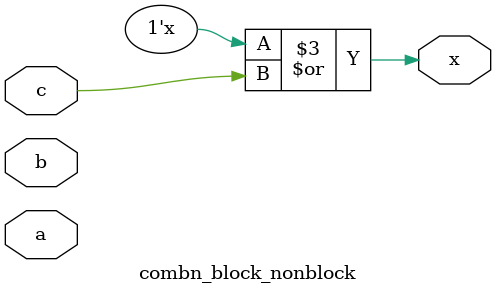
<source format=v>


module combn_block_nonblock (
    input a, b, c,
    output x
);

    always @(a, b, c) begin
        // x = a;    // blocks evaluation of the next statement till this gets evaluated
        // x = x ^ b; // blocks evaluation of the next statement till this gets evaluated
        // x = x | c;  

        // above is just equivalent to x = a^b | c;
        // order matters!!

        x <= a;     // okay, next
        x <= x ^ b;  // okay, ditch the last. next
        x <= x | c;  // cool, ditch the last (latch inferred)

        // produces x = x | c;  (latch inferred)
        // order doesnt matter

    end

endmodule


</source>
